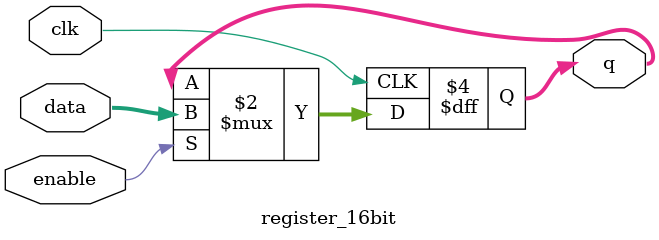
<source format=sv>
module register_16bit (
    input clk,
    input enable,
    input [15:0] data,
    output [15:0] q
);

    // 16-bit register with enable using single always_ff block
    always_ff @(posedge clk) begin
        if (enable) begin
            q <= data;
        end
    end

endmodule
</source>
